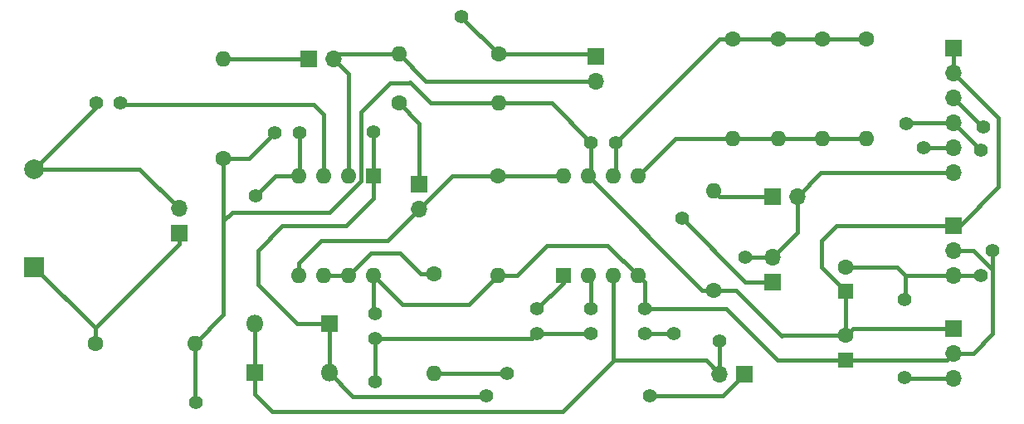
<source format=gbr>
%TF.GenerationSoftware,KiCad,Pcbnew,9.0.0*%
%TF.CreationDate,2025-02-27T14:13:55+01:00*%
%TF.ProjectId,Second,5365636f-6e64-42e6-9b69-6361645f7063,rev?*%
%TF.SameCoordinates,Original*%
%TF.FileFunction,Copper,L2,Bot*%
%TF.FilePolarity,Positive*%
%FSLAX46Y46*%
G04 Gerber Fmt 4.6, Leading zero omitted, Abs format (unit mm)*
G04 Created by KiCad (PCBNEW 9.0.0) date 2025-02-27 14:13:55*
%MOMM*%
%LPD*%
G01*
G04 APERTURE LIST*
%TA.AperFunction,ComponentPad*%
%ADD10C,1.600000*%
%TD*%
%TA.AperFunction,ComponentPad*%
%ADD11O,1.600000X1.600000*%
%TD*%
%TA.AperFunction,ComponentPad*%
%ADD12R,1.700000X1.700000*%
%TD*%
%TA.AperFunction,ComponentPad*%
%ADD13O,1.700000X1.700000*%
%TD*%
%TA.AperFunction,ComponentPad*%
%ADD14R,1.600000X1.600000*%
%TD*%
%TA.AperFunction,ComponentPad*%
%ADD15C,1.400000*%
%TD*%
%TA.AperFunction,ComponentPad*%
%ADD16R,2.000000X2.000000*%
%TD*%
%TA.AperFunction,ComponentPad*%
%ADD17C,2.000000*%
%TD*%
%TA.AperFunction,ComponentPad*%
%ADD18R,1.800000X1.800000*%
%TD*%
%TA.AperFunction,ComponentPad*%
%ADD19O,1.800000X1.800000*%
%TD*%
%TA.AperFunction,ViaPad*%
%ADD20C,1.400000*%
%TD*%
%TA.AperFunction,Conductor*%
%ADD21C,0.400000*%
%TD*%
G04 APERTURE END LIST*
D10*
%TO.P,R3,1*%
%TO.N,GND*%
X71500000Y-63660000D03*
D11*
%TO.P,R3,2*%
%TO.N,Net-(J3-Pin_1)*%
X71500000Y-53500000D03*
%TD*%
D12*
%TO.P,J1,1,Pin_1*%
%TO.N,Net-(J1-Pin_1)*%
X67000000Y-71275000D03*
D13*
%TO.P,J1,2,Pin_2*%
%TO.N,Net-(J1-Pin_2)*%
X67000000Y-68735000D03*
%TD*%
D12*
%TO.P,J7,1,Pin_1*%
%TO.N,Net-(J7-Pin_1)*%
X127500000Y-67500000D03*
D13*
%TO.P,J7,2,Pin_2*%
%TO.N,State*%
X130040000Y-67500000D03*
%TD*%
D14*
%TO.P,LM567CN1,1,Output_Filter*%
%TO.N,Net-(LM567CN1-Output_Filter)*%
X106200000Y-75600000D03*
D11*
%TO.P,LM567CN1,2,Loop_Filter*%
%TO.N,Net-(LM567CN1-Loop_Filter)*%
X108740000Y-75600000D03*
%TO.P,LM567CN1,3,Signal*%
%TO.N,Signal*%
X111280000Y-75600000D03*
%TO.P,LM567CN1,4,V+*%
%TO.N,+5V*%
X113820000Y-75600000D03*
%TO.P,LM567CN1,5,Timing_Resistor*%
%TO.N,Net-(LM567CN1-Timing_Resistor)*%
X113820000Y-65440000D03*
%TO.P,LM567CN1,6,Timing_Capacitor*%
%TO.N,Net-(LM567CN1-Timing_Capacitor)*%
X111280000Y-65440000D03*
%TO.P,LM567CN1,7,GND*%
%TO.N,GND*%
X108740000Y-65440000D03*
%TO.P,LM567CN1,8,Output*%
%TO.N,Net-(J5-Pin_2)*%
X106200000Y-65440000D03*
%TD*%
D12*
%TO.P,J6,1,Pin_1*%
%TO.N,Net-(J6-Pin_1)*%
X127500000Y-76275000D03*
D13*
%TO.P,J6,2,Pin_2*%
%TO.N,State*%
X127500000Y-73735000D03*
%TD*%
D12*
%TO.P,J3,1,Pin_1*%
%TO.N,Net-(J3-Pin_1)*%
X80225000Y-53500000D03*
D13*
%TO.P,J3,2,Pin_2*%
%TO.N,Net-(J2-Pin_2)*%
X82765000Y-53500000D03*
%TD*%
D12*
%TO.P,J2,1,Pin_1*%
%TO.N,Net-(D1-A)*%
X109500000Y-53225000D03*
D13*
%TO.P,J2,2,Pin_2*%
%TO.N,Net-(J2-Pin_2)*%
X109500000Y-55765000D03*
%TD*%
D12*
%TO.P,J8,1,Pin_1*%
%TO.N,GND*%
X146000000Y-70460000D03*
D13*
%TO.P,J8,2,Pin_2*%
%TO.N,+5V*%
X146000000Y-73000000D03*
%TO.P,J8,3,Pin_3*%
%TO.N,-5V*%
X146000000Y-75540000D03*
%TD*%
D12*
%TO.P,J4,1,Pin_1*%
%TO.N,Net-(D1-A)*%
X124675000Y-85650000D03*
D13*
%TO.P,J4,2,Pin_2*%
%TO.N,Signal*%
X122135000Y-85650000D03*
%TD*%
D15*
%TO.P,C6,1*%
%TO.N,+5V*%
X87000000Y-79500000D03*
%TO.P,C6,2*%
%TO.N,GND*%
X87000000Y-82000000D03*
%TD*%
D14*
%TO.P,U1,1*%
%TO.N,Net-(D1-A)*%
X86800000Y-65400000D03*
D11*
%TO.P,U1,2,-*%
%TO.N,Net-(J2-Pin_2)*%
X84260000Y-65400000D03*
%TO.P,U1,3,+*%
%TO.N,Net-(U1A-+)*%
X81720000Y-65400000D03*
%TO.P,U1,4,V-*%
%TO.N,-5V*%
X79180000Y-65400000D03*
%TO.P,U1,5,+*%
%TO.N,Net-(J5-Pin_2)*%
X79180000Y-75560000D03*
%TO.P,U1,6,-*%
%TO.N,Net-(J6-Pin_1)*%
X81720000Y-75560000D03*
%TO.P,U1,7*%
X84260000Y-75560000D03*
%TO.P,U1,8,V+*%
%TO.N,+5V*%
X86800000Y-75560000D03*
%TD*%
D10*
%TO.P,R5,1*%
%TO.N,Net-(J5-Pin_1)*%
X89420000Y-58000000D03*
D11*
%TO.P,R5,2*%
%TO.N,GND*%
X99580000Y-58000000D03*
%TD*%
D16*
%TO.P,MK1,1,-*%
%TO.N,Net-(J1-Pin_1)*%
X52200000Y-74700000D03*
D17*
%TO.P,MK1,2,+*%
%TO.N,Net-(J1-Pin_2)*%
X52200000Y-64700000D03*
%TD*%
D10*
%TO.P,R13,1*%
%TO.N,Net-(LM567CN1-Timing_Capacitor)*%
X128100000Y-51420000D03*
D11*
%TO.P,R13,2*%
%TO.N,Net-(LM567CN1-Timing_Resistor)*%
X128100000Y-61580000D03*
%TD*%
D12*
%TO.P,J10,1,Pin_1*%
%TO.N,GND*%
X146000000Y-52380000D03*
D13*
%TO.P,J10,2,Pin_2*%
X146000000Y-54920000D03*
%TO.P,J10,3,Pin_3*%
%TO.N,+5V*%
X146000000Y-57460000D03*
%TO.P,J10,4,Pin_4*%
%TO.N,-5V*%
X146000000Y-60000000D03*
%TO.P,J10,5,Pin_5*%
%TO.N,Signal*%
X146000000Y-62540000D03*
%TO.P,J10,6,Pin_6*%
%TO.N,State*%
X146000000Y-65080000D03*
%TD*%
D10*
%TO.P,R12,1*%
%TO.N,Net-(LM567CN1-Timing_Capacitor)*%
X132600000Y-51420000D03*
D11*
%TO.P,R12,2*%
%TO.N,Net-(LM567CN1-Timing_Resistor)*%
X132600000Y-61580000D03*
%TD*%
D15*
%TO.P,C1,1*%
%TO.N,Net-(LM567CN1-Timing_Capacitor)*%
X111500000Y-62000000D03*
%TO.P,C1,2*%
%TO.N,GND*%
X109000000Y-62000000D03*
%TD*%
D10*
%TO.P,R2,1*%
%TO.N,Net-(D1-A)*%
X99580000Y-53000000D03*
D11*
%TO.P,R2,2*%
%TO.N,Net-(J2-Pin_2)*%
X89420000Y-53000000D03*
%TD*%
D12*
%TO.P,J9,1,Pin_1*%
%TO.N,GND*%
X146000000Y-80960000D03*
D13*
%TO.P,J9,2,Pin_2*%
%TO.N,+5V*%
X146000000Y-83500000D03*
%TO.P,J9,3,Pin_3*%
%TO.N,-5V*%
X146000000Y-86040000D03*
%TD*%
D10*
%TO.P,R11,1*%
%TO.N,Net-(LM567CN1-Timing_Capacitor)*%
X137100000Y-51420000D03*
D11*
%TO.P,R11,2*%
%TO.N,Net-(LM567CN1-Timing_Resistor)*%
X137100000Y-61580000D03*
%TD*%
D14*
%TO.P,C9,1*%
%TO.N,GND*%
X135000000Y-77205113D03*
D10*
%TO.P,C9,2*%
%TO.N,-5V*%
X135000000Y-74705113D03*
%TD*%
D14*
%TO.P,C8,1*%
%TO.N,+5V*%
X135000000Y-84205113D03*
D10*
%TO.P,C8,2*%
%TO.N,GND*%
X135000000Y-81705113D03*
%TD*%
%TO.P,R14,1*%
%TO.N,Net-(LM567CN1-Timing_Capacitor)*%
X123500000Y-51420000D03*
D11*
%TO.P,R14,2*%
%TO.N,Net-(LM567CN1-Timing_Resistor)*%
X123500000Y-61580000D03*
%TD*%
D10*
%TO.P,R6,1*%
%TO.N,Net-(J6-Pin_1)*%
X93000000Y-75420000D03*
D11*
%TO.P,R6,2*%
%TO.N,State*%
X93000000Y-85580000D03*
%TD*%
D15*
%TO.P,C7,1*%
%TO.N,-5V*%
X79250000Y-61000000D03*
%TO.P,C7,2*%
%TO.N,GND*%
X76750000Y-61000000D03*
%TD*%
%TO.P,C2,1*%
%TO.N,GND*%
X109000000Y-81500000D03*
%TO.P,C2,2*%
%TO.N,Net-(LM567CN1-Loop_Filter)*%
X109000000Y-79000000D03*
%TD*%
%TO.P,C5,1*%
%TO.N,Net-(J1-Pin_2)*%
X58500000Y-58000000D03*
%TO.P,C5,2*%
%TO.N,Net-(U1A-+)*%
X61000000Y-58000000D03*
%TD*%
D10*
%TO.P,R4,1*%
%TO.N,Net-(J5-Pin_2)*%
X99500000Y-65420000D03*
D11*
%TO.P,R4,2*%
%TO.N,+5V*%
X99500000Y-75580000D03*
%TD*%
D15*
%TO.P,C4,1*%
%TO.N,GND*%
X114500000Y-81500000D03*
%TO.P,C4,2*%
%TO.N,+5V*%
X114500000Y-79000000D03*
%TD*%
D10*
%TO.P,R1,1*%
%TO.N,Net-(J1-Pin_1)*%
X58420000Y-82500000D03*
D11*
%TO.P,R1,2*%
%TO.N,GND*%
X68580000Y-82500000D03*
%TD*%
D12*
%TO.P,J5,1,Pin_1*%
%TO.N,Net-(J5-Pin_1)*%
X91500000Y-66225000D03*
D13*
%TO.P,J5,2,Pin_2*%
%TO.N,Net-(J5-Pin_2)*%
X91500000Y-68765000D03*
%TD*%
D10*
%TO.P,R7,1*%
%TO.N,GND*%
X121500000Y-77080000D03*
D11*
%TO.P,R7,2*%
%TO.N,Net-(J7-Pin_1)*%
X121500000Y-66920000D03*
%TD*%
D18*
%TO.P,D2,1,K*%
%TO.N,Net-(D1-A)*%
X82310000Y-80500000D03*
D19*
%TO.P,D2,2,A*%
%TO.N,Signal*%
X74690000Y-80500000D03*
%TD*%
D18*
%TO.P,D1,1,K*%
%TO.N,Signal*%
X74690000Y-85500000D03*
D19*
%TO.P,D1,2,A*%
%TO.N,Net-(D1-A)*%
X82310000Y-85500000D03*
%TD*%
D15*
%TO.P,C3,1*%
%TO.N,GND*%
X103500000Y-81500000D03*
%TO.P,C3,2*%
%TO.N,Net-(LM567CN1-Output_Filter)*%
X103500000Y-79000000D03*
%TD*%
D20*
%TO.N,GND*%
X117450000Y-81500000D03*
X68650000Y-88500000D03*
X87000000Y-86450000D03*
%TO.N,+5V*%
X149950000Y-73000000D03*
X149050000Y-60400000D03*
%TO.N,-5V*%
X148800000Y-75550000D03*
X141150000Y-60100000D03*
X74750000Y-67450000D03*
X141000000Y-86000000D03*
X148825000Y-62825000D03*
X141000000Y-78000000D03*
%TO.N,Net-(D1-A)*%
X95800000Y-49150000D03*
X115000000Y-87850000D03*
X86800000Y-60900000D03*
X98350000Y-87850000D03*
%TO.N,Signal*%
X142960000Y-62540000D03*
X122150000Y-82250000D03*
%TO.N,State*%
X124750000Y-73750000D03*
X100400000Y-85550000D03*
%TO.N,Net-(J6-Pin_1)*%
X118275000Y-69775000D03*
%TD*%
D21*
%TO.N,Net-(J2-Pin_2)*%
X83265000Y-53000000D02*
X82765000Y-53500000D01*
X92185000Y-55765000D02*
X89420000Y-53000000D01*
X89420000Y-53000000D02*
X83265000Y-53000000D01*
X82765000Y-53500000D02*
X84260000Y-54995000D01*
X84260000Y-54995000D02*
X84260000Y-65400000D01*
X109500000Y-55765000D02*
X92185000Y-55765000D01*
%TO.N,Net-(U1A-+)*%
X81720000Y-59120000D02*
X81720000Y-65400000D01*
X80700000Y-58100000D02*
X81720000Y-59120000D01*
X61100000Y-58100000D02*
X80700000Y-58100000D01*
%TO.N,GND*%
X85500000Y-65900000D02*
X85500000Y-58900000D01*
X68580000Y-88430000D02*
X68650000Y-88500000D01*
X99580000Y-58000000D02*
X105000000Y-58000000D01*
X71500000Y-63660000D02*
X71500000Y-70000000D01*
X71500000Y-70000000D02*
X71500000Y-79580000D01*
X128544887Y-81705113D02*
X135000000Y-81705113D01*
X90450000Y-55900000D02*
X90500000Y-55850000D01*
X105000000Y-58000000D02*
X109000000Y-62000000D01*
X114500000Y-81500000D02*
X117450000Y-81500000D01*
X87000000Y-82000000D02*
X103000000Y-82000000D01*
X135000000Y-77205113D02*
X135000000Y-81705113D01*
X72400000Y-69100000D02*
X82300000Y-69100000D01*
X103000000Y-82000000D02*
X103500000Y-81500000D01*
X146640000Y-70460000D02*
X150550000Y-66550000D01*
X71500000Y-70000000D02*
X72400000Y-69100000D01*
X103500000Y-81500000D02*
X109000000Y-81500000D01*
X132500000Y-74705113D02*
X135000000Y-77205113D01*
X68580000Y-82500000D02*
X68580000Y-88430000D01*
X146000000Y-52380000D02*
X146000000Y-54920000D01*
X109000000Y-62000000D02*
X109000000Y-65180000D01*
X108740000Y-65440000D02*
X120380000Y-77080000D01*
X90500000Y-55850000D02*
X92650000Y-58000000D01*
X88500000Y-55900000D02*
X90450000Y-55900000D01*
X87000000Y-86450000D02*
X87000000Y-82000000D01*
X150550000Y-59470000D02*
X146000000Y-54920000D01*
X150550000Y-66550000D02*
X150550000Y-59470000D01*
X92650000Y-58000000D02*
X99580000Y-58000000D01*
X121500000Y-77080000D02*
X123830000Y-77080000D01*
X85500000Y-58900000D02*
X88500000Y-55900000D01*
X120380000Y-77080000D02*
X121500000Y-77080000D01*
X132500000Y-72000000D02*
X132500000Y-74705113D01*
X123830000Y-77080000D02*
X128500000Y-81750000D01*
X128500000Y-81750000D02*
X128544887Y-81705113D01*
X71500000Y-63660000D02*
X74090000Y-63660000D01*
X146000000Y-70460000D02*
X146640000Y-70460000D01*
X74090000Y-63660000D02*
X76750000Y-61000000D01*
X135745113Y-80960000D02*
X135000000Y-81705113D01*
X82300000Y-69100000D02*
X85500000Y-65900000D01*
X146000000Y-70460000D02*
X134040000Y-70460000D01*
X146000000Y-80960000D02*
X135745113Y-80960000D01*
X109000000Y-65180000D02*
X108740000Y-65440000D01*
X71500000Y-79580000D02*
X68580000Y-82500000D01*
X134040000Y-70460000D02*
X132500000Y-72000000D01*
%TO.N,Net-(LM567CN1-Loop_Filter)*%
X109000000Y-75860000D02*
X108740000Y-75600000D01*
X109000000Y-79000000D02*
X109000000Y-75860000D01*
%TO.N,Net-(LM567CN1-Output_Filter)*%
X106200000Y-75600000D02*
X106200000Y-76300000D01*
X106200000Y-76300000D02*
X103500000Y-79000000D01*
%TO.N,+5V*%
X114500000Y-76280000D02*
X113820000Y-75600000D01*
X135000000Y-84205113D02*
X145294887Y-84205113D01*
X110720000Y-72500000D02*
X113820000Y-75600000D01*
X99500000Y-75580000D02*
X101420000Y-75580000D01*
X128005113Y-84205113D02*
X135000000Y-84205113D01*
X89740000Y-78500000D02*
X96580000Y-78500000D01*
X114500000Y-79000000D02*
X115000000Y-79000000D01*
X148000000Y-83500000D02*
X150000000Y-81500000D01*
X101420000Y-75580000D02*
X104500000Y-72500000D01*
X148940000Y-60400000D02*
X149050000Y-60400000D01*
X104500000Y-72500000D02*
X110720000Y-72500000D01*
X148000000Y-73000000D02*
X146000000Y-73000000D01*
X86800000Y-75560000D02*
X86800000Y-79300000D01*
X114500000Y-79000000D02*
X114500000Y-76280000D01*
X86800000Y-79300000D02*
X87000000Y-79500000D01*
X150000000Y-73050000D02*
X150000000Y-75000000D01*
X145294887Y-84205113D02*
X146000000Y-83500000D01*
X96580000Y-78500000D02*
X99500000Y-75580000D01*
X149950000Y-73000000D02*
X150000000Y-73050000D01*
X114500000Y-79000000D02*
X122800000Y-79000000D01*
X146000000Y-83500000D02*
X148000000Y-83500000D01*
X150000000Y-75000000D02*
X148000000Y-73000000D01*
X86800000Y-75560000D02*
X89740000Y-78500000D01*
X150000000Y-81500000D02*
X150000000Y-75000000D01*
X122800000Y-79000000D02*
X128005113Y-84205113D01*
X146000000Y-57460000D02*
X148940000Y-60400000D01*
%TO.N,Net-(LM567CN1-Timing_Capacitor)*%
X128100000Y-51420000D02*
X123500000Y-51420000D01*
X111500000Y-65220000D02*
X111280000Y-65440000D01*
X137100000Y-51420000D02*
X132600000Y-51420000D01*
X132600000Y-51420000D02*
X128100000Y-51420000D01*
X122080000Y-51420000D02*
X111500000Y-62000000D01*
X123500000Y-51420000D02*
X122080000Y-51420000D01*
X111500000Y-62000000D02*
X111500000Y-65220000D01*
%TO.N,-5V*%
X148800000Y-75550000D02*
X148790000Y-75540000D01*
X148825000Y-62825000D02*
X148850000Y-62850000D01*
X135000000Y-74705113D02*
X140205113Y-74705113D01*
X146000000Y-60000000D02*
X148825000Y-62825000D01*
X141150000Y-60100000D02*
X141250000Y-60000000D01*
X141000000Y-86000000D02*
X141040000Y-86040000D01*
X79180000Y-65400000D02*
X76800000Y-65400000D01*
X141040000Y-75540000D02*
X146000000Y-75540000D01*
X79250000Y-65330000D02*
X79180000Y-65400000D01*
X146000000Y-86040000D02*
X141040000Y-86040000D01*
X141250000Y-60000000D02*
X146000000Y-60000000D01*
X74750000Y-67450000D02*
X74650000Y-67550000D01*
X141040000Y-77960000D02*
X141040000Y-75540000D01*
X148790000Y-75540000D02*
X146000000Y-75540000D01*
X79250000Y-61000000D02*
X79250000Y-65330000D01*
X140205113Y-74705113D02*
X141040000Y-75540000D01*
X76800000Y-65400000D02*
X74750000Y-67450000D01*
X141000000Y-78000000D02*
X141040000Y-77960000D01*
%TO.N,Net-(J1-Pin_1)*%
X67000000Y-72340000D02*
X58420000Y-80920000D01*
X67000000Y-71275000D02*
X67000000Y-72340000D01*
X58500000Y-82420000D02*
X58420000Y-82500000D01*
X58420000Y-82500000D02*
X58420000Y-80920000D01*
X58420000Y-80920000D02*
X52200000Y-74700000D01*
%TO.N,Net-(D1-A)*%
X86800000Y-67700000D02*
X84000000Y-70500000D01*
X82310000Y-85500000D02*
X82310000Y-80500000D01*
X95800000Y-49220000D02*
X99580000Y-53000000D01*
X99580000Y-53000000D02*
X109275000Y-53000000D01*
X109275000Y-53000000D02*
X109500000Y-53225000D01*
X95800000Y-49150000D02*
X95800000Y-49220000D01*
X84710000Y-87900000D02*
X98300000Y-87900000D01*
X82310000Y-85500000D02*
X84710000Y-87900000D01*
X86800000Y-65400000D02*
X86800000Y-60900000D01*
X79000000Y-80500000D02*
X82310000Y-80500000D01*
X115000000Y-87850000D02*
X122475000Y-87850000D01*
X122475000Y-87850000D02*
X124675000Y-85650000D01*
X77500000Y-70500000D02*
X75000000Y-73000000D01*
X84000000Y-70500000D02*
X77500000Y-70500000D01*
X98300000Y-87900000D02*
X98350000Y-87850000D01*
X75000000Y-73000000D02*
X75000000Y-76500000D01*
X75000000Y-76500000D02*
X79000000Y-80500000D01*
X86800000Y-65400000D02*
X86800000Y-67700000D01*
%TO.N,Signal*%
X74690000Y-85500000D02*
X74690000Y-87690000D01*
X111280000Y-84250000D02*
X111280000Y-84320000D01*
X146000000Y-62540000D02*
X142960000Y-62540000D01*
X74690000Y-80500000D02*
X74690000Y-85500000D01*
X111280000Y-75600000D02*
X111280000Y-84250000D01*
X122135000Y-82265000D02*
X122135000Y-85650000D01*
X106100000Y-89500000D02*
X76500000Y-89500000D01*
X122135000Y-85650000D02*
X120735000Y-84250000D01*
X111280000Y-84320000D02*
X106100000Y-89500000D01*
X120735000Y-84250000D02*
X111280000Y-84250000D01*
X142960000Y-62540000D02*
X142950000Y-62550000D01*
X122150000Y-82250000D02*
X122135000Y-82265000D01*
X74690000Y-87690000D02*
X76500000Y-89500000D01*
%TO.N,Net-(J1-Pin_2)*%
X67000000Y-68735000D02*
X62965000Y-64700000D01*
X62965000Y-64700000D02*
X52200000Y-64700000D01*
X52200000Y-64700000D02*
X58500000Y-58400000D01*
X58500000Y-58400000D02*
X58500000Y-58000000D01*
%TO.N,Net-(J3-Pin_1)*%
X80225000Y-53500000D02*
X71500000Y-53500000D01*
%TO.N,Net-(J5-Pin_2)*%
X94845000Y-65420000D02*
X99500000Y-65420000D01*
X81500000Y-72000000D02*
X88265000Y-72000000D01*
X99520000Y-65440000D02*
X99500000Y-65420000D01*
X91500000Y-68765000D02*
X94845000Y-65420000D01*
X79180000Y-75560000D02*
X79180000Y-74320000D01*
X88265000Y-72000000D02*
X91500000Y-68765000D01*
X79180000Y-74320000D02*
X81500000Y-72000000D01*
X106200000Y-65440000D02*
X99520000Y-65440000D01*
%TO.N,Net-(J5-Pin_1)*%
X91500000Y-60080000D02*
X89420000Y-58000000D01*
X91500000Y-66225000D02*
X91500000Y-60080000D01*
%TO.N,State*%
X127500000Y-73735000D02*
X130040000Y-71195000D01*
X100370000Y-85580000D02*
X93000000Y-85580000D01*
X130040000Y-71195000D02*
X130040000Y-67500000D01*
X127485000Y-73750000D02*
X124750000Y-73750000D01*
X130040000Y-67500000D02*
X132460000Y-65080000D01*
X132460000Y-65080000D02*
X146000000Y-65080000D01*
X100400000Y-85550000D02*
X100370000Y-85580000D01*
X127500000Y-73735000D02*
X127485000Y-73750000D01*
%TO.N,Net-(J6-Pin_1)*%
X84260000Y-75560000D02*
X81720000Y-75560000D01*
X89500000Y-73300000D02*
X91620000Y-75420000D01*
X124775000Y-76275000D02*
X118275000Y-69775000D01*
X118275000Y-69775000D02*
X118200000Y-69700000D01*
X86520000Y-73300000D02*
X89500000Y-73300000D01*
X127500000Y-76275000D02*
X124775000Y-76275000D01*
X91620000Y-75420000D02*
X93000000Y-75420000D01*
X84260000Y-75560000D02*
X86520000Y-73300000D01*
%TO.N,Net-(J7-Pin_1)*%
X122080000Y-67500000D02*
X121500000Y-66920000D01*
X127500000Y-67500000D02*
X122080000Y-67500000D01*
%TO.N,Net-(LM567CN1-Timing_Resistor)*%
X113820000Y-65440000D02*
X117660000Y-61600000D01*
X118150000Y-61600000D02*
X118170000Y-61580000D01*
X117660000Y-61600000D02*
X118150000Y-61600000D01*
X132600000Y-61580000D02*
X137100000Y-61580000D01*
X128100000Y-61580000D02*
X132600000Y-61580000D01*
X118170000Y-61580000D02*
X123500000Y-61580000D01*
X123500000Y-61580000D02*
X128100000Y-61580000D01*
%TD*%
M02*

</source>
